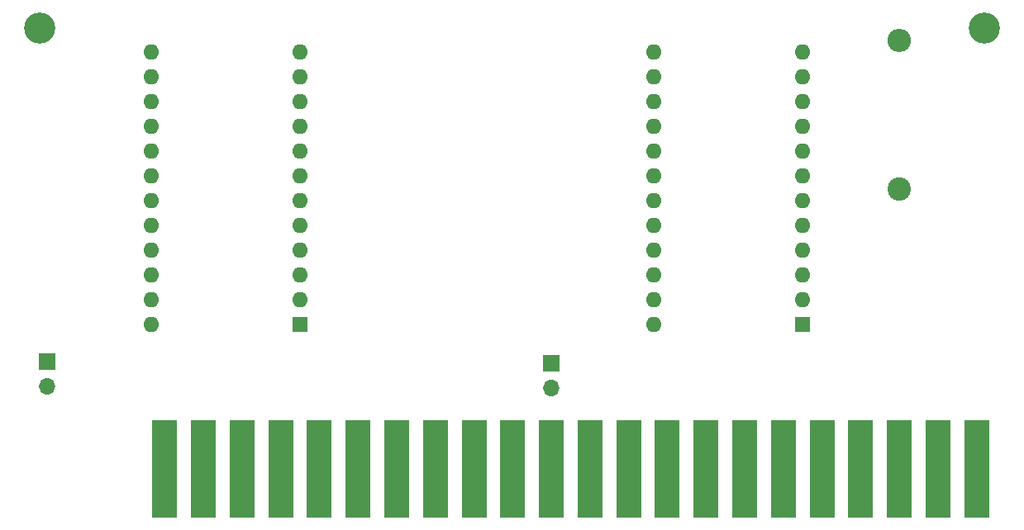
<source format=gbs>
G04 #@! TF.GenerationSoftware,KiCad,Pcbnew,(5.1.12)-1*
G04 #@! TF.CreationDate,2022-10-28T14:48:17+01:00*
G04 #@! TF.ProjectId,Apple-1 EPROM,4170706c-652d-4312-9045-50524f4d2e6b,rev?*
G04 #@! TF.SameCoordinates,Original*
G04 #@! TF.FileFunction,Soldermask,Bot*
G04 #@! TF.FilePolarity,Negative*
%FSLAX46Y46*%
G04 Gerber Fmt 4.6, Leading zero omitted, Abs format (unit mm)*
G04 Created by KiCad (PCBNEW (5.1.12)-1) date 2022-10-28 14:48:17*
%MOMM*%
%LPD*%
G01*
G04 APERTURE LIST*
%ADD10C,3.200000*%
%ADD11R,1.700000X1.700000*%
%ADD12O,1.700000X1.700000*%
%ADD13R,1.600000X1.600000*%
%ADD14O,1.600000X1.600000*%
%ADD15C,2.400000*%
%ADD16O,2.400000X2.400000*%
%ADD17R,2.540000X10.000000*%
G04 APERTURE END LIST*
D10*
X213526200Y-98357460D03*
X116776200Y-98357460D03*
D11*
X117526200Y-132607460D03*
D12*
X117526200Y-135147460D03*
D13*
X194866200Y-128807460D03*
D14*
X179626200Y-100867460D03*
X194866200Y-126267460D03*
X179626200Y-103407460D03*
X194866200Y-123727460D03*
X179626200Y-105947460D03*
X194866200Y-121187460D03*
X179626200Y-108487460D03*
X194866200Y-118647460D03*
X179626200Y-111027460D03*
X194866200Y-116107460D03*
X179626200Y-113567460D03*
X194866200Y-113567460D03*
X179626200Y-116107460D03*
X194866200Y-111027460D03*
X179626200Y-118647460D03*
X194866200Y-108487460D03*
X179626200Y-121187460D03*
X194866200Y-105947460D03*
X179626200Y-123727460D03*
X194866200Y-103407460D03*
X179626200Y-126267460D03*
X194866200Y-100867460D03*
X179626200Y-128807460D03*
D11*
X169126200Y-132767460D03*
D12*
X169126200Y-135307460D03*
D15*
X204766200Y-114947460D03*
D16*
X204766200Y-99707460D03*
D13*
X143386200Y-128807460D03*
D14*
X128146200Y-100867460D03*
X143386200Y-126267460D03*
X128146200Y-103407460D03*
X143386200Y-123727460D03*
X128146200Y-105947460D03*
X143386200Y-121187460D03*
X128146200Y-108487460D03*
X143386200Y-118647460D03*
X128146200Y-111027460D03*
X143386200Y-116107460D03*
X128146200Y-113567460D03*
X143386200Y-113567460D03*
X128146200Y-116107460D03*
X143386200Y-111027460D03*
X128146200Y-118647460D03*
X143386200Y-108487460D03*
X128146200Y-121187460D03*
X143386200Y-105947460D03*
X128146200Y-123727460D03*
X143386200Y-103407460D03*
X128146200Y-126267460D03*
X143386200Y-100867460D03*
X128146200Y-128807460D03*
D17*
X129560000Y-143580000D03*
X133520000Y-143580000D03*
X137480000Y-143580000D03*
X141440000Y-143580000D03*
X145400000Y-143580000D03*
X149360000Y-143580000D03*
X153320000Y-143580000D03*
X157280000Y-143580000D03*
X161240000Y-143580000D03*
X165200000Y-143580000D03*
X169160000Y-143580000D03*
X173120000Y-143580000D03*
X177080000Y-143580000D03*
X181040000Y-143580000D03*
X185000000Y-143580000D03*
X188960000Y-143580000D03*
X192920000Y-143580000D03*
X196880000Y-143580000D03*
X200840000Y-143580000D03*
X204800000Y-143580000D03*
X208760000Y-143580000D03*
X212720000Y-143580000D03*
M02*

</source>
